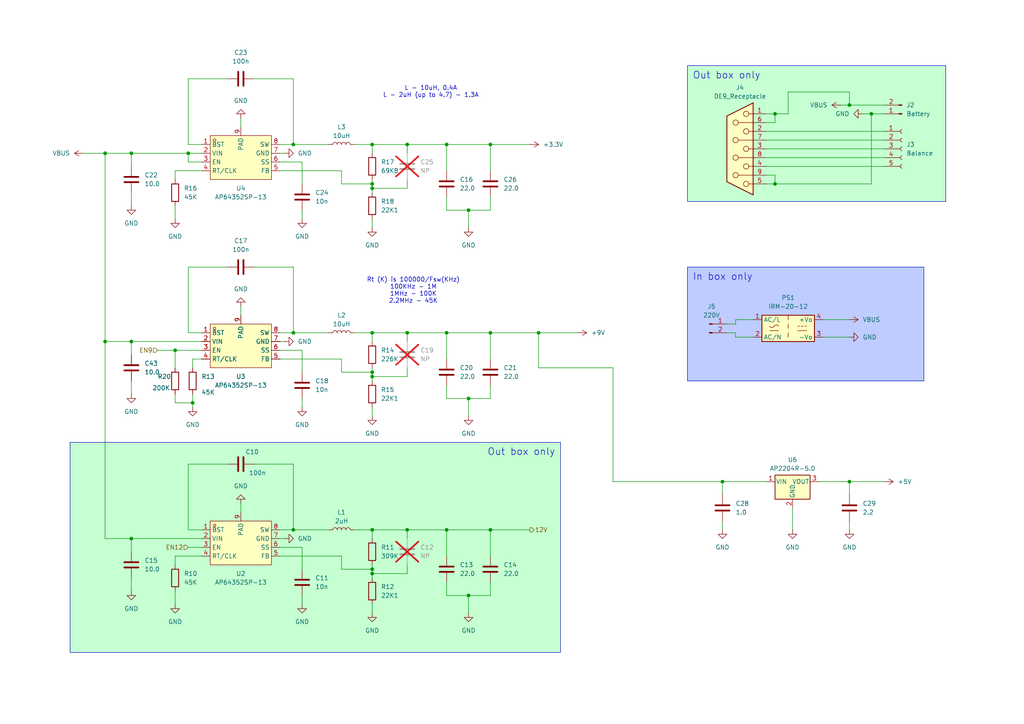
<source format=kicad_sch>
(kicad_sch (version 20231120) (generator "eeschema") (generator_version "8.0")
  (paper "A4")
  (title_block (title "Power module") (company "RoboWay"))
  (lib_symbols
    (symbol "Connector:Conn_01x02_Pin" (pin_names (offset 1.016) hide)
      (property "Reference" "J" (at 0 2.54 0))
      (property "Value" "Conn_01x02_Pin" (at 0 -5.08 0))
      (symbol "Conn_01x02_Pin_1_1"
        (polyline (pts (xy 1.27 -2.54) (xy 0.8636 -2.54)) (stroke (width 0.1524)))
        (polyline (pts (xy 1.27 0) (xy 0.8636 0)) (stroke (width 0.1524)))
        (rectangle (start 0.8636 -2.413) (end 0 -2.667) (stroke (width 0.1524)) (fill (type outline)))
        (rectangle (start 0.8636 0.127) (end 0 -0.127) (stroke (width 0.1524)) (fill (type outline)))
        (pin passive line (at 5.08 0 180) (length 3.81) (name "Pin_1") (number "1"))
        (pin passive line (at 5.08 -2.54 180) (length 3.81) (name "Pin_2") (number "2"))
      )
    )
    (symbol "Connector:Conn_01x05_Socket" (pin_names (offset 1.016) hide)
      (property "Reference" "J" (at 0 7.62 0))
      (property "Value" "Conn_01x05_Socket" (at 0 -7.62 0))
      (symbol "Conn_01x05_Socket_1_1"
        (arc (start 0 -4.572) (mid -0.5058 -5.08) (end 0 -5.588) (stroke (width 0.1524)))
        (arc (start 0 -2.032) (mid -0.5058 -2.54) (end 0 -3.048) (stroke (width 0.1524)))
        (polyline (pts (xy -1.27 -5.08) (xy -0.508 -5.08)) (stroke (width 0.1524)))
        (polyline (pts (xy -1.27 -2.54) (xy -0.508 -2.54)) (stroke (width 0.1524)))
        (polyline (pts (xy -1.27 0) (xy -0.508 0)) (stroke (width 0.1524)))
        (polyline (pts (xy -1.27 2.54) (xy -0.508 2.54)) (stroke (width 0.1524)))
        (polyline (pts (xy -1.27 5.08) (xy -0.508 5.08)) (stroke (width 0.1524)))
        (arc (start 0 0.508) (mid -0.5058 0) (end 0 -0.508) (stroke (width 0.1524)))
        (arc (start 0 3.048) (mid -0.5058 2.54) (end 0 2.032) (stroke (width 0.1524)))
        (arc (start 0 5.588) (mid -0.5058 5.08) (end 0 4.572) (stroke (width 0.1524)))
        (pin passive line (at -5.08 5.08 0) (length 3.81) (name "Pin_1") (number "1"))
        (pin passive line (at -5.08 2.54 0) (length 3.81) (name "Pin_2") (number "2"))
        (pin passive line (at -5.08 0 0) (length 3.81) (name "Pin_3") (number "3"))
        (pin passive line (at -5.08 -2.54 0) (length 3.81) (name "Pin_4") (number "4"))
        (pin passive line (at -5.08 -5.08 0) (length 3.81) (name "Pin_5") (number "5"))
      )
    )
    (symbol "Connector:DE9_Receptacle" (pin_names (offset 1.016) hide)
      (property "Reference" "J" (at 0 13.97 0))
      (property "Value" "DE9_Receptacle" (at 0 -14.605 0))
      (symbol "DE9_Receptacle_0_1"
        (circle (center -1.778 -10.16) (radius 0.762))
        (circle (center -1.778 -5.08) (radius 0.762))
        (circle (center -1.778 0) (radius 0.762))
        (circle (center -1.778 5.08) (radius 0.762))
        (circle (center -1.778 10.16) (radius 0.762))
        (polyline (pts (xy -3.81 -10.16) (xy -2.54 -10.16)))
        (polyline (pts (xy -3.81 -7.62) (xy 0.508 -7.62)))
        (polyline (pts (xy -3.81 -5.08) (xy -2.54 -5.08)))
        (polyline (pts (xy -3.81 -2.54) (xy 0.508 -2.54)))
        (polyline (pts (xy -3.81 0) (xy -2.54 0)))
        (polyline (pts (xy -3.81 2.54) (xy 0.508 2.54)))
        (polyline (pts (xy -3.81 5.08) (xy -2.54 5.08)))
        (polyline (pts (xy -3.81 7.62) (xy 0.508 7.62)))
        (polyline (pts (xy -3.81 10.16) (xy -2.54 10.16)))
        (polyline (pts (xy -3.81 13.335) (xy -3.81 -13.335) (xy 3.81 -9.525) (xy 3.81 9.525) (xy -3.81 13.335)) (stroke (width 0.254)) (fill (type background)))
        (circle (center 1.27 -7.62) (radius 0.762))
        (circle (center 1.27 -2.54) (radius 0.762))
        (circle (center 1.27 2.54) (radius 0.762))
        (circle (center 1.27 7.62) (radius 0.762))
      )
      (symbol "DE9_Receptacle_1_1"
        (pin passive line (at -7.62 10.16 0) (length 3.81) (name "1") (number "1"))
        (pin passive line (at -7.62 5.08 0) (length 3.81) (name "2") (number "2"))
        (pin passive line (at -7.62 0 0) (length 3.81) (name "3") (number "3"))
        (pin passive line (at -7.62 -5.08 0) (length 3.81) (name "4") (number "4"))
        (pin passive line (at -7.62 -10.16 0) (length 3.81) (name "5") (number "5"))
        (pin passive line (at -7.62 7.62 0) (length 3.81) (name "6") (number "6"))
        (pin passive line (at -7.62 2.54 0) (length 3.81) (name "7") (number "7"))
        (pin passive line (at -7.62 -2.54 0) (length 3.81) (name "8") (number "8"))
        (pin passive line (at -7.62 -7.62 0) (length 3.81) (name "9") (number "9"))
      )
    )
    (symbol "Converter_ACDC:IRM-20-12"
      (property "Reference" "PS" (at 0 5.08 0))
      (property "Value" "IRM-20-12" (at 0 -5.08 0))
      (symbol "IRM-20-12_0_1"
        (rectangle (start -7.62 3.81) (end 7.62 -3.81) (stroke (width 0.254)) (fill (type background)))
        (arc (start -5.334 0.635) (mid -4.699 0.2495) (end -4.064 0.635))
        (arc (start -2.794 0.635) (mid -3.429 1.0072) (end -4.064 0.635))
        (polyline (pts (xy -5.334 -0.635) (xy -2.794 -0.635)))
        (polyline (pts (xy 0 -1.27) (xy 0 -2.54)))
        (polyline (pts (xy 0 1.27) (xy 0 0)))
        (polyline (pts (xy 0 3.81) (xy 0 2.54)))
        (polyline (pts (xy 2.794 -0.635) (xy 5.334 -0.635)))
        (polyline (pts (xy 2.794 0.635) (xy 3.302 0.635)))
        (polyline (pts (xy 3.81 0.635) (xy 4.318 0.635)))
        (polyline (pts (xy 4.826 0.635) (xy 5.334 0.635)))
      )
      (symbol "IRM-20-12_1_1"
        (pin power_in line (at -10.16 2.54 0) (length 2.54) (name "AC/L") (number "1"))
        (pin power_in line (at -10.16 -2.54 0) (length 2.54) (name "AC/N") (number "2"))
        (pin power_out line (at 10.16 -2.54 180) (length 2.54) (name "-Vo") (number "3"))
        (pin power_out line (at 10.16 2.54 180) (length 2.54) (name "+Vo") (number "4"))
      )
    )
    (symbol "Device:C" (pin_numbers hide) (pin_names (offset 0.254))
      (property "Reference" "C" (at 0.635 2.54 0))
      (property "Value" "C" (at 0.635 -2.54 0))
      (symbol "C_0_1"
        (polyline (pts (xy -2.032 -0.762) (xy 2.032 -0.762)) (stroke (width 0.508)))
        (polyline (pts (xy -2.032 0.762) (xy 2.032 0.762)) (stroke (width 0.508)))
      )
      (symbol "C_1_1"
        (pin passive line (at 0 3.81 270) (length 2.794) (name "~") (number "1"))
        (pin passive line (at 0 -3.81 90) (length 2.794) (name "~") (number "2"))
      )
    )
    (symbol "Device:L" (pin_numbers hide) (pin_names (offset 1.016) hide)
      (property "Reference" "L" (at -1.27 0 90))
      (property "Value" "L" (at 1.905 0 90))
      (symbol "L_0_1"
        (arc (start 0 -2.54) (mid 0.6323 -1.905) (end 0 -1.27))
        (arc (start 0 -1.27) (mid 0.6323 -0.635) (end 0 0))
        (arc (start 0 0) (mid 0.6323 0.635) (end 0 1.27))
        (arc (start 0 1.27) (mid 0.6323 1.905) (end 0 2.54))
      )
      (symbol "L_1_1"
        (pin passive line (at 0 3.81 270) (length 1.27) (name "1") (number "1"))
        (pin passive line (at 0 -3.81 90) (length 1.27) (name "2") (number "2"))
      )
    )
    (symbol "Device:R" (pin_numbers hide) (pin_names (offset 0))
      (property "Reference" "R" (at 2.032 0 90))
      (property "Value" "R" (at 0 0 90))
      (symbol "R_0_1"
        (rectangle (start -1.016 -2.54) (end 1.016 2.54) (stroke (width 0.254)))
      )
      (symbol "R_1_1"
        (pin passive line (at 0 3.81 270) (length 1.27) (name "~") (number "1"))
        (pin passive line (at 0 -3.81 90) (length 1.27) (name "~") (number "2"))
      )
    )
    (symbol "Regulator_Linear:AP2204R-5.0" (pin_names (offset 0.254))
      (property "Reference" "U" (at -5.08 3.175 0))
      (property "Value" "AP2204R-5.0" (at 0 3.175 0))
      (symbol "AP2204R-5.0_0_1"
        (rectangle (start -5.08 1.905) (end 5.08 -5.08) (stroke (width 0.254)) (fill (type background)))
      )
      (symbol "AP2204R-5.0_1_1"
        (pin power_in line (at -7.62 0 0) (length 2.54) (name "VIN") (number "1"))
        (pin power_in line (at 0 -7.62 90) (length 2.54) (name "GND") (number "2"))
        (pin power_out line (at 7.62 0 180) (length 2.54) (name "VOUT") (number "3"))
      )
    )
    (symbol "easyeda2kicad:AP64352SP-13"
      (property "Reference" "U" (at 0 13.97 0))
      (property "Value" "AP64352SP-13" (at 0 -8.89 0))
      (symbol "AP64352SP-13_0_1"
        (rectangle (start -8.89 6.35) (end 8.89 -6.35) (fill (type background)))
        (circle (center -7.62 5.08) (radius 0.38))
        (pin unspecified line (at -11.43 3.81 0) (length 2.54) (name "BST") (number "1"))
        (pin unspecified line (at -11.43 1.27 0) (length 2.54) (name "VIN") (number "2"))
        (pin unspecified line (at -11.43 -1.27 0) (length 2.54) (name "EN") (number "3"))
        (pin unspecified line (at -11.43 -3.81 0) (length 2.54) (name "RT/CLK") (number "4"))
        (pin unspecified line (at 11.43 -3.81 180) (length 2.54) (name "FB") (number "5"))
        (pin unspecified line (at 11.43 -1.27 180) (length 2.54) (name "SS") (number "6"))
        (pin unspecified line (at 11.43 1.27 180) (length 2.54) (name "GND") (number "7"))
        (pin unspecified line (at 11.43 3.81 180) (length 2.54) (name "SW") (number "8"))
        (pin unspecified line (at 0 8.89 270) (length 2.54) (name "PAD") (number "9"))
      )
    )
    (symbol "power:+3.3V" (power) (pin_numbers hide) (pin_names (offset 0) hide)
      (property "Value" "+3.3V" (at 0 3.556 0))
      (symbol "+3.3V_0_1"
        (polyline (pts (xy -0.762 1.27) (xy 0 2.54)))
        (polyline (pts (xy 0 0) (xy 0 2.54)))
        (polyline (pts (xy 0 2.54) (xy 0.762 1.27)))
      )
      (symbol "+3.3V_1_1"
        (pin power_in line (at 0 0 90) (length 0) (name "~") (number "1"))
      )
    )
    (symbol "power:+5V" (power) (pin_numbers hide) (pin_names (offset 0) hide)
      (property "Value" "+5V" (at 0 3.556 0))
      (symbol "+5V_0_1"
        (polyline (pts (xy -0.762 1.27) (xy 0 2.54)))
        (polyline (pts (xy 0 0) (xy 0 2.54)))
        (polyline (pts (xy 0 2.54) (xy 0.762 1.27)))
      )
      (symbol "+5V_1_1"
        (pin power_in line (at 0 0 90) (length 0) (name "~") (number "1"))
      )
    )
    (symbol "power:+9V" (power) (pin_numbers hide) (pin_names (offset 0) hide)
      (property "Value" "+9V" (at 0 3.556 0))
      (symbol "+9V_0_1"
        (polyline (pts (xy -0.762 1.27) (xy 0 2.54)))
        (polyline (pts (xy 0 0) (xy 0 2.54)))
        (polyline (pts (xy 0 2.54) (xy 0.762 1.27)))
      )
      (symbol "+9V_1_1"
        (pin power_in line (at 0 0 90) (length 0) (name "~") (number "1"))
      )
    )
    (symbol "power:GND" (power) (pin_numbers hide) (pin_names (offset 0) hide)
      (property "Value" "GND" (at 0 -3.81 0))
      (symbol "GND_0_1"
        (polyline (pts (xy 0 0) (xy 0 -1.27) (xy 1.27 -1.27) (xy 0 -2.54) (xy -1.27 -1.27) (xy 0 -1.27)))
      )
      (symbol "GND_1_1"
        (pin power_in line (at 0 0 270) (length 0) (name "~") (number "1"))
      )
    )
    (symbol "power:VBUS" (power) (pin_numbers hide) (pin_names (offset 0) hide)
      (property "Value" "VBUS" (at 0 3.556 0))
      (symbol "VBUS_0_1"
        (polyline (pts (xy -0.762 1.27) (xy 0 2.54)))
        (polyline (pts (xy 0 0) (xy 0 2.54)))
        (polyline (pts (xy 0 2.54) (xy 0.762 1.27)))
      )
      (symbol "VBUS_1_1"
        (pin power_in line (at 0 0 90) (length 0) (name "~") (number "1"))
      )
    )
  )
  (junction (at 129.54 96.52))
  (junction (at 38.1 44.45))
  (junction (at 142.24 96.52))
  (junction (at 224.79 33.02))
  (junction (at 246.38 139.7))
  (junction (at 107.95 53.34))
  (junction (at 107.95 54.61))
  (junction (at 85.09 96.52))
  (junction (at 30.48 44.45))
  (junction (at 129.54 153.67))
  (junction (at 107.95 109.22))
  (junction (at 118.11 153.67))
  (junction (at 209.55 139.7))
  (junction (at 156.21 96.52))
  (junction (at 85.09 153.67))
  (junction (at 252.73 33.02))
  (junction (at 85.09 41.91))
  (junction (at 107.95 165.1))
  (junction (at 30.48 99.06))
  (junction (at 107.95 96.52))
  (junction (at 50.8 101.6))
  (junction (at 107.95 107.95))
  (junction (at 129.54 41.91))
  (junction (at 38.1 156.21))
  (junction (at 107.95 41.91))
  (junction (at 224.79 53.34))
  (junction (at 107.95 166.37))
  (junction (at 118.11 41.91))
  (junction (at 38.1 99.06))
  (junction (at 107.95 153.67))
  (junction (at 135.89 115.57))
  (junction (at 54.61 44.45))
  (junction (at 55.88 116.84))
  (junction (at 142.24 153.67))
  (junction (at 142.24 41.91))
  (junction (at 118.11 96.52))
  (junction (at 135.89 172.72))
  (junction (at 135.89 60.96))
  (junction (at 246.38 30.48))
  (wire (pts (xy 66.04 134.62) (xy 54.61 134.62)))
  (wire (pts (xy 82.55 44.45) (xy 81.28 44.45)))
  (wire (pts (xy 50.8 114.3) (xy 50.8 116.84)))
  (wire (pts (xy 222.25 48.26) (xy 256.54 48.26)))
  (wire (pts (xy 118.11 54.61) (xy 107.95 54.61)))
  (wire (pts (xy 156.21 96.52) (xy 156.21 106.68)))
  (wire (pts (xy 142.24 172.72) (xy 142.24 168.91)))
  (wire (pts (xy 54.61 158.75) (xy 58.42 158.75)))
  (wire (pts (xy 129.54 41.91) (xy 142.24 41.91)))
  (wire (pts (xy 38.1 156.21) (xy 38.1 160.02)))
  (wire (pts (xy 222.25 53.34) (xy 224.79 53.34)))
  (wire (pts (xy 238.76 97.79) (xy 246.38 97.79)))
  (wire (pts (xy 99.06 49.53) (xy 99.06 53.34)))
  (wire (pts (xy 38.1 156.21) (xy 58.42 156.21)))
  (wire (pts (xy 54.61 44.45) (xy 58.42 44.45)))
  (wire (pts (xy 85.09 41.91) (xy 81.28 41.91)))
  (wire (pts (xy 54.61 46.99) (xy 54.61 44.45)))
  (wire (pts (xy 54.61 41.91) (xy 58.42 41.91)))
  (wire (pts (xy 142.24 96.52) (xy 142.24 104.14)))
  (wire (pts (xy 107.95 54.61) (xy 107.95 55.88)))
  (wire (pts (xy 50.8 49.53) (xy 58.42 49.53)))
  (wire (pts (xy 210.82 93.98) (xy 213.36 93.98)))
  (wire (pts (xy 177.8 139.7) (xy 177.8 106.68)))
  (wire (pts (xy 246.38 26.67) (xy 246.38 30.48)))
  (wire (pts (xy 81.28 46.99) (xy 87.63 46.99)))
  (wire (pts (xy 107.95 107.95) (xy 107.95 109.22)))
  (wire (pts (xy 222.25 35.56) (xy 224.79 35.56)))
  (wire (pts (xy 229.87 147.32) (xy 229.87 153.67)))
  (wire (pts (xy 107.95 106.68) (xy 107.95 107.95)))
  (wire (pts (xy 142.24 60.96) (xy 142.24 57.15)))
  (wire (pts (xy 213.36 96.52) (xy 213.36 97.79)))
  (wire (pts (xy 99.06 165.1) (xy 107.95 165.1)))
  (wire (pts (xy 30.48 156.21) (xy 38.1 156.21)))
  (wire (pts (xy 118.11 96.52) (xy 118.11 99.06)))
  (wire (pts (xy 118.11 166.37) (xy 107.95 166.37)))
  (wire (pts (xy 209.55 151.13) (xy 209.55 153.67)))
  (wire (pts (xy 50.8 101.6) (xy 58.42 101.6)))
  (wire (pts (xy 135.89 115.57) (xy 135.89 120.65)))
  (wire (pts (xy 85.09 77.47) (xy 85.09 96.52)))
  (wire (pts (xy 129.54 153.67) (xy 129.54 161.29)))
  (wire (pts (xy 50.8 163.83) (xy 50.8 161.29)))
  (wire (pts (xy 210.82 96.52) (xy 213.36 96.52)))
  (wire (pts (xy 81.28 161.29) (xy 99.06 161.29)))
  (wire (pts (xy 129.54 172.72) (xy 135.89 172.72)))
  (wire (pts (xy 69.85 88.9) (xy 69.85 91.44)))
  (wire (pts (xy 38.1 44.45) (xy 54.61 44.45)))
  (wire (pts (xy 129.54 115.57) (xy 135.89 115.57)))
  (wire (pts (xy 87.63 60.96) (xy 87.63 63.5)))
  (wire (pts (xy 81.28 104.14) (xy 99.06 104.14)))
  (wire (pts (xy 135.89 60.96) (xy 142.24 60.96)))
  (wire (pts (xy 85.09 96.52) (xy 81.28 96.52)))
  (wire (pts (xy 85.09 153.67) (xy 95.25 153.67)))
  (wire (pts (xy 54.61 77.47) (xy 54.61 96.52)))
  (wire (pts (xy 129.54 41.91) (xy 129.54 49.53)))
  (wire (pts (xy 30.48 44.45) (xy 30.48 99.06)))
  (wire (pts (xy 142.24 41.91) (xy 153.67 41.91)))
  (wire (pts (xy 38.1 110.49) (xy 38.1 114.3)))
  (wire (pts (xy 135.89 115.57) (xy 142.24 115.57)))
  (wire (pts (xy 107.95 163.83) (xy 107.95 165.1)))
  (wire (pts (xy 24.13 44.45) (xy 30.48 44.45)))
  (wire (pts (xy 85.09 41.91) (xy 95.25 41.91)))
  (wire (pts (xy 69.85 146.05) (xy 69.85 148.59)))
  (wire (pts (xy 30.48 156.21) (xy 30.48 99.06)))
  (wire (pts (xy 107.95 153.67) (xy 107.95 156.21)))
  (wire (pts (xy 66.04 22.86) (xy 54.61 22.86)))
  (wire (pts (xy 118.11 109.22) (xy 107.95 109.22)))
  (wire (pts (xy 87.63 158.75) (xy 87.63 165.1)))
  (wire (pts (xy 55.88 104.14) (xy 58.42 104.14)))
  (wire (pts (xy 238.76 92.71) (xy 246.38 92.71)))
  (wire (pts (xy 224.79 35.56) (xy 224.79 33.02)))
  (wire (pts (xy 107.95 96.52) (xy 107.95 99.06)))
  (wire (pts (xy 252.73 33.02) (xy 256.54 33.02)))
  (wire (pts (xy 142.24 115.57) (xy 142.24 111.76)))
  (wire (pts (xy 85.09 22.86) (xy 85.09 41.91)))
  (wire (pts (xy 30.48 99.06) (xy 38.1 99.06)))
  (wire (pts (xy 55.88 114.3) (xy 55.88 116.84)))
  (wire (pts (xy 99.06 53.34) (xy 107.95 53.34)))
  (wire (pts (xy 99.06 107.95) (xy 107.95 107.95)))
  (wire (pts (xy 102.87 153.67) (xy 107.95 153.67)))
  (wire (pts (xy 85.09 96.52) (xy 95.25 96.52)))
  (wire (pts (xy 38.1 167.64) (xy 38.1 171.45)))
  (wire (pts (xy 54.61 134.62) (xy 54.61 153.67)))
  (wire (pts (xy 38.1 55.88) (xy 38.1 59.69)))
  (wire (pts (xy 213.36 92.71) (xy 218.44 92.71)))
  (wire (pts (xy 224.79 33.02) (xy 228.6 33.02)))
  (wire (pts (xy 135.89 172.72) (xy 135.89 177.8)))
  (wire (pts (xy 118.11 41.91) (xy 118.11 44.45)))
  (wire (pts (xy 107.95 175.26) (xy 107.95 177.8)))
  (wire (pts (xy 129.54 96.52) (xy 129.54 104.14)))
  (wire (pts (xy 237.49 139.7) (xy 246.38 139.7)))
  (wire (pts (xy 252.73 53.34) (xy 252.73 33.02)))
  (wire (pts (xy 135.89 172.72) (xy 142.24 172.72)))
  (wire (pts (xy 87.63 172.72) (xy 87.63 175.26)))
  (wire (pts (xy 54.61 153.67) (xy 58.42 153.67)))
  (wire (pts (xy 246.38 151.13) (xy 246.38 153.67)))
  (wire (pts (xy 87.63 46.99) (xy 87.63 53.34)))
  (wire (pts (xy 85.09 134.62) (xy 85.09 153.67)))
  (wire (pts (xy 224.79 50.8) (xy 224.79 53.34)))
  (wire (pts (xy 129.54 168.91) (xy 129.54 172.72)))
  (wire (pts (xy 222.25 50.8) (xy 224.79 50.8)))
  (wire (pts (xy 50.8 52.07) (xy 50.8 49.53)))
  (wire (pts (xy 58.42 46.99) (xy 54.61 46.99)))
  (wire (pts (xy 118.11 106.68) (xy 118.11 109.22)))
  (wire (pts (xy 228.6 26.67) (xy 246.38 26.67)))
  (wire (pts (xy 118.11 96.52) (xy 129.54 96.52)))
  (wire (pts (xy 54.61 96.52) (xy 58.42 96.52)))
  (wire (pts (xy 99.06 161.29) (xy 99.06 165.1)))
  (wire (pts (xy 224.79 53.34) (xy 252.73 53.34)))
  (wire (pts (xy 50.8 116.84) (xy 55.88 116.84)))
  (wire (pts (xy 209.55 139.7) (xy 209.55 143.51)))
  (wire (pts (xy 73.66 134.62) (xy 85.09 134.62)))
  (wire (pts (xy 118.11 52.07) (xy 118.11 54.61)))
  (wire (pts (xy 66.04 77.47) (xy 54.61 77.47)))
  (wire (pts (xy 82.55 99.06) (xy 81.28 99.06)))
  (wire (pts (xy 107.95 165.1) (xy 107.95 166.37)))
  (wire (pts (xy 87.63 115.57) (xy 87.63 118.11)))
  (wire (pts (xy 118.11 153.67) (xy 118.11 156.21)))
  (wire (pts (xy 107.95 109.22) (xy 107.95 110.49)))
  (wire (pts (xy 107.95 96.52) (xy 118.11 96.52)))
  (wire (pts (xy 50.8 101.6) (xy 50.8 106.68)))
  (wire (pts (xy 222.25 40.64) (xy 256.54 40.64)))
  (wire (pts (xy 54.61 22.86) (xy 54.61 41.91)))
  (wire (pts (xy 107.95 41.91) (xy 107.95 44.45)))
  (wire (pts (xy 213.36 93.98) (xy 213.36 92.71)))
  (wire (pts (xy 107.95 118.11) (xy 107.95 120.65)))
  (wire (pts (xy 81.28 49.53) (xy 99.06 49.53)))
  (wire (pts (xy 38.1 99.06) (xy 58.42 99.06)))
  (wire (pts (xy 85.09 153.67) (xy 81.28 153.67)))
  (wire (pts (xy 142.24 96.52) (xy 156.21 96.52)))
  (wire (pts (xy 129.54 153.67) (xy 142.24 153.67)))
  (wire (pts (xy 209.55 139.7) (xy 222.25 139.7)))
  (wire (pts (xy 142.24 41.91) (xy 142.24 49.53)))
  (wire (pts (xy 250.19 33.02) (xy 252.73 33.02)))
  (wire (pts (xy 129.54 111.76) (xy 129.54 115.57)))
  (wire (pts (xy 73.66 22.86) (xy 85.09 22.86)))
  (wire (pts (xy 55.88 106.68) (xy 55.88 104.14)))
  (wire (pts (xy 102.87 41.91) (xy 107.95 41.91)))
  (wire (pts (xy 30.48 44.45) (xy 38.1 44.45)))
  (wire (pts (xy 222.25 43.18) (xy 256.54 43.18)))
  (wire (pts (xy 142.24 153.67) (xy 153.67 153.67)))
  (wire (pts (xy 177.8 139.7) (xy 209.55 139.7)))
  (wire (pts (xy 69.85 34.29) (xy 69.85 36.83)))
  (wire (pts (xy 246.38 30.48) (xy 256.54 30.48)))
  (wire (pts (xy 55.88 116.84) (xy 55.88 118.11)))
  (wire (pts (xy 222.25 38.1) (xy 256.54 38.1)))
  (wire (pts (xy 129.54 96.52) (xy 142.24 96.52)))
  (wire (pts (xy 45.72 101.6) (xy 50.8 101.6)))
  (wire (pts (xy 87.63 101.6) (xy 87.63 107.95)))
  (wire (pts (xy 38.1 99.06) (xy 38.1 102.87)))
  (wire (pts (xy 118.11 163.83) (xy 118.11 166.37)))
  (wire (pts (xy 243.84 30.48) (xy 246.38 30.48)))
  (wire (pts (xy 82.55 156.21) (xy 81.28 156.21)))
  (wire (pts (xy 81.28 158.75) (xy 87.63 158.75)))
  (wire (pts (xy 156.21 96.52) (xy 167.64 96.52)))
  (wire (pts (xy 129.54 57.15) (xy 129.54 60.96)))
  (wire (pts (xy 222.25 45.72) (xy 256.54 45.72)))
  (wire (pts (xy 50.8 161.29) (xy 58.42 161.29)))
  (wire (pts (xy 222.25 33.02) (xy 224.79 33.02)))
  (wire (pts (xy 107.95 41.91) (xy 118.11 41.91)))
  (wire (pts (xy 107.95 53.34) (xy 107.95 54.61)))
  (wire (pts (xy 73.66 77.47) (xy 85.09 77.47)))
  (wire (pts (xy 156.21 106.68) (xy 177.8 106.68)))
  (wire (pts (xy 50.8 171.45) (xy 50.8 175.26)))
  (wire (pts (xy 129.54 60.96) (xy 135.89 60.96)))
  (wire (pts (xy 135.89 60.96) (xy 135.89 66.04)))
  (wire (pts (xy 213.36 97.79) (xy 218.44 97.79)))
  (wire (pts (xy 107.95 52.07) (xy 107.95 53.34)))
  (wire (pts (xy 246.38 139.7) (xy 256.54 139.7)))
  (wire (pts (xy 38.1 44.45) (xy 38.1 48.26)))
  (wire (pts (xy 142.24 153.67) (xy 142.24 161.29)))
  (wire (pts (xy 118.11 153.67) (xy 129.54 153.67)))
  (wire (pts (xy 228.6 33.02) (xy 228.6 26.67)))
  (wire (pts (xy 107.95 63.5) (xy 107.95 66.04)))
  (wire (pts (xy 107.95 166.37) (xy 107.95 167.64)))
  (wire (pts (xy 107.95 153.67) (xy 118.11 153.67)))
  (wire (pts (xy 102.87 96.52) (xy 107.95 96.52)))
  (wire (pts (xy 99.06 104.14) (xy 99.06 107.95)))
  (wire (pts (xy 50.8 59.69) (xy 50.8 63.5)))
  (wire (pts (xy 246.38 139.7) (xy 246.38 143.51)))
  (wire (pts (xy 81.28 101.6) (xy 87.63 101.6)))
  (wire (pts (xy 118.11 41.91) (xy 129.54 41.91)))
  (text_box "Out box only" (at 199.39 19.05 0) (size 74.93 39.37) (fill (type color) (color 197 255 210 1)) (effects (font (size 2 2)) (justify left top)))
  (text_box "In box only" (at 199.39 77.47 0) (size 68.58 33.02) (fill (type color) (color 190 204 255 1)) (effects (font (size 2 2)) (justify left top)))
  (text_box "Out box only" (at 20.32 128.27 0) (size 142.24 60.96) (fill (type color) (color 197 255 210 1)) (effects (font (size 2 2)) (justify right top)))
  (text "L - 10uH, 0.4A\nL - 2uH (up to 4.7) - 1.3A" (at 124.968 26.67 0) (effects (font (size 1.27 1.27))))
  (text "Rt (K) is 100000/Fsw(KHz)\n100KHz - 1M\n1MHz - 100K\n2.2MHz - 45K" (at 119.888 84.328 0) (effects (font (size 1.27 1.27))))
  (hierarchical_label "EN9" (shape input) (at 45.72 101.6 180))
  (hierarchical_label "EN12" (shape input) (at 54.61 158.75 180))
  (hierarchical_label "12V" (shape output) (at 153.67 153.67 0))
  (symbol (lib_id "Device:C") (at 69.85 134.62 90) (unit 1)
    (property "Reference" "C10" (at 73.152 131.064 90))
    (property "Value" "100n" (at 74.676 137.16 90))
    (property "Description" "Unpolarized capacitor" (effects (hide yes)))
  )
  (symbol (lib_id "Device:C") (at 87.63 57.15 180) (unit 1)
    (property "Reference" "C24" (at 91.44 55.8799 0) (effects (justify right)))
    (property "Value" "10n" (at 91.44 58.4199 0) (effects (justify right)))
    (property "Description" "Unpolarized capacitor" (effects (hide yes)))
  )
  (symbol (lib_id "Device:R") (at 50.8 167.64 0) (unit 1)
    (property "Reference" "R10" (at 53.34 166.3699 0) (effects (justify left)))
    (property "Value" "45K" (at 53.34 168.9099 0) (effects (justify left)))
    (property "Description" "Resistor" (effects (hide yes)))
  )
  (symbol (lib_id "Connector:DE9_Receptacle") (at 214.63 43.18 0) (mirror y) (unit 1)
    (property "Reference" "J4" (at 214.63 25.4 0))
    (property "Value" "DE9_Receptacle" (at 214.63 27.94 0))
    (property "Description" "9-pin female receptacle socket D-SUB connector" (effects (hide yes)))
  )
  (symbol (lib_id "power:+5V") (at 256.54 139.7 270) (unit 1)
    (property "Reference" "#PWR046" (effects (hide yes)))
    (property "Value" "+5V" (at 260.35 139.6999 90) (effects (justify left)))
    (property "Description" "Power symbol creates a global label with name \"+5V\"" (effects (hide yes)))
  )
  (symbol (lib_id "power:GND") (at 87.63 118.11 0) (unit 1)
    (property "Reference" "#PWR029" (effects (hide yes)))
    (property "Value" "GND" (at 87.63 123.19 0))
    (property "Description" "Power symbol creates a global label with name \"GND\" , ground" (effects (hide yes)))
  )
  (symbol (lib_id "power:GND") (at 87.63 63.5 0) (unit 1)
    (property "Reference" "#PWR036" (effects (hide yes)))
    (property "Value" "GND" (at 87.63 68.58 0))
    (property "Description" "Power symbol creates a global label with name \"GND\" , ground" (effects (hide yes)))
  )
  (symbol (lib_id "power:GND") (at 135.89 120.65 0) (unit 1)
    (property "Reference" "#PWR031" (effects (hide yes)))
    (property "Value" "GND" (at 135.89 125.73 0))
    (property "Description" "Power symbol creates a global label with name \"GND\" , ground" (effects (hide yes)))
  )
  (symbol (lib_id "power:GND") (at 69.85 146.05 180) (unit 1)
    (property "Reference" "#PWR018" (effects (hide yes)))
    (property "Value" "GND" (at 69.85 140.97 0))
    (property "Description" "Power symbol creates a global label with name \"GND\" , ground" (effects (hide yes)))
  )
  (symbol (lib_id "Device:C") (at 142.24 107.95 180) (unit 1)
    (property "Reference" "C21" (at 146.05 106.6799 0) (effects (justify right)))
    (property "Value" "22.0" (at 146.05 109.2199 0) (effects (justify right)))
    (property "Description" "Unpolarized capacitor" (effects (hide yes)))
  )
  (symbol (lib_id "Device:C") (at 118.11 102.87 180) (unit 1) (dnp yes)
    (property "Reference" "C19" (at 121.92 101.5999 0) (effects (justify right)))
    (property "Value" "NP" (at 121.92 104.1399 0) (effects (justify right)))
    (property "Description" "Unpolarized capacitor" (effects (hide yes)))
  )
  (symbol (lib_id "power:+3.3V") (at 153.67 41.91 270) (unit 1)
    (property "Reference" "#PWR040" (effects (hide yes)))
    (property "Value" "+3.3V" (at 157.48 41.9099 90) (effects (justify left)))
    (property "Description" "Power symbol creates a global label with name \"+3.3V\"" (effects (hide yes)))
  )
  (symbol (lib_id "Device:C") (at 38.1 163.83 180) (unit 1)
    (property "Reference" "C15" (at 41.91 162.5599 0) (effects (justify right)))
    (property "Value" "10.0" (at 41.91 165.0999 0) (effects (justify right)))
    (property "Description" "Unpolarized capacitor" (effects (hide yes)))
  )
  (symbol (lib_id "Device:C") (at 129.54 165.1 180) (unit 1)
    (property "Reference" "C13" (at 133.35 163.8299 0) (effects (justify right)))
    (property "Value" "22.0" (at 133.35 166.3699 0) (effects (justify right)))
    (property "Description" "Unpolarized capacitor" (effects (hide yes)))
  )
  (symbol (lib_id "Device:C") (at 246.38 147.32 180) (unit 1)
    (property "Reference" "C29" (at 250.19 146.0499 0) (effects (justify right)))
    (property "Value" "2.2" (at 250.19 148.5899 0) (effects (justify right)))
    (property "Description" "Unpolarized capacitor" (effects (hide yes)))
  )
  (symbol (lib_id "Connector:Conn_01x02_Pin") (at 261.62 33.02 180) (unit 1)
    (property "Reference" "J2" (at 262.89 30.4799 0) (effects (justify right)))
    (property "Value" "Battery" (at 262.89 33.0199 0) (effects (justify right)))
    (property "Description" "Generic connector, single row, 01x02, script generated" (effects (hide yes)))
  )
  (symbol (lib_id "Device:C") (at 87.63 111.76 180) (unit 1)
    (property "Reference" "C18" (at 91.44 110.4899 0) (effects (justify right)))
    (property "Value" "10n" (at 91.44 113.0299 0) (effects (justify right)))
    (property "Description" "Unpolarized capacitor" (effects (hide yes)))
  )
  (symbol (lib_id "power:GND") (at 229.87 153.67 0) (unit 1)
    (property "Reference" "#PWR045" (effects (hide yes)))
    (property "Value" "GND" (at 229.87 158.75 0))
    (property "Description" "Power symbol creates a global label with name \"GND\" , ground" (effects (hide yes)))
  )
  (symbol (lib_id "Device:L") (at 99.06 96.52 90) (unit 1)
    (property "Reference" "L2" (at 99.06 91.44 90))
    (property "Value" "10uH" (at 99.06 93.98 90))
    (property "Description" "Inductor" (effects (hide yes)))
  )
  (symbol (lib_id "power:GND") (at 135.89 66.04 0) (unit 1)
    (property "Reference" "#PWR038" (effects (hide yes)))
    (property "Value" "GND" (at 135.89 71.12 0))
    (property "Description" "Power symbol creates a global label with name \"GND\" , ground" (effects (hide yes)))
  )
  (symbol (lib_id "Device:R") (at 107.95 59.69 0) (unit 1)
    (property "Reference" "R18" (at 110.49 58.4199 0) (effects (justify left)))
    (property "Value" "22K1" (at 110.49 60.9599 0) (effects (justify left)))
    (property "Description" "Resistor" (effects (hide yes)))
  )
  (symbol (lib_id "power:GND") (at 69.85 34.29 180) (unit 1)
    (property "Reference" "#PWR034" (effects (hide yes)))
    (property "Value" "GND" (at 69.85 29.21 0))
    (property "Description" "Power symbol creates a global label with name \"GND\" , ground" (effects (hide yes)))
  )
  (symbol (lib_id "Regulator_Linear:AP2204R-5.0") (at 229.87 139.7 0) (unit 1)
    (property "Reference" "U6" (at 229.87 133.35 0))
    (property "Value" "AP2204R-5.0" (at 229.87 135.89 0))
    (property "Footprint" "Package_TO_SOT_SMD:SOT-89-3" (effects (hide yes)))
    (property "Datasheet" "https://www.diodes.com/assets/Datasheets/products_inactive_data/AP2204.pdf" (effects (hide yes)))
    (property "Description" "150mA low dropout linear regulator, wide input voltage range, 5.0V fixed positive output, SOT-89-3 package" (effects (hide yes)))
  )
  (symbol (lib_id "power:GND") (at 38.1 114.3 0) (unit 1)
    (property "Reference" "#PWR025" (effects (hide yes)))
    (property "Value" "GND" (at 38.1 119.38 0))
    (property "Description" "Power symbol creates a global label with name \"GND\" , ground" (effects (hide yes)))
  )
  (symbol (lib_id "easyeda2kicad:AP64352SP-13") (at 69.85 100.33 0) (unit 1)
    (property "Reference" "U3" (at 69.85 109.22 0))
    (property "Value" "AP64352SP-13" (at 69.85 111.76 0))
    (property "Footprint" "easyeda2kicad:SO-8_L4.9-W3.9-P1.27-LS6.0-BL-EP" (effects (hide yes)))
    (property "LCSC Part" "C2071665" (effects (hide yes)))
  )
  (symbol (lib_id "power:VBUS") (at 24.13 44.45 90) (unit 1)
    (property "Reference" "#PWR039" (effects (hide yes)))
    (property "Value" "VBUS" (at 20.32 44.4499 90) (effects (justify left)))
    (property "Description" "Power symbol creates a global label with name \"VBUS\"" (effects (hide yes)))
  )
  (symbol (lib_id "Device:R") (at 50.8 55.88 0) (unit 1)
    (property "Reference" "R16" (at 53.34 54.6099 0) (effects (justify left)))
    (property "Value" "45K" (at 53.34 57.1499 0) (effects (justify left)))
    (property "Description" "Resistor" (effects (hide yes)))
  )
  (symbol (lib_id "easyeda2kicad:AP64352SP-13") (at 69.85 45.72 0) (unit 1)
    (property "Reference" "U4" (at 69.85 54.61 0))
    (property "Value" "AP64352SP-13" (at 69.85 57.15 0))
    (property "Footprint" "easyeda2kicad:SO-8_L4.9-W3.9-P1.27-LS6.0-BL-EP" (effects (hide yes)))
    (property "LCSC Part" "C2071665" (effects (hide yes)))
  )
  (symbol (lib_id "Device:C") (at 118.11 160.02 180) (unit 1) (dnp yes)
    (property "Reference" "C12" (at 121.92 158.7499 0) (effects (justify right)))
    (property "Value" "NP" (at 121.92 161.2899 0) (effects (justify right)))
    (property "Description" "Unpolarized capacitor" (effects (hide yes)))
  )
  (symbol (lib_id "power:GND") (at 246.38 97.79 90) (unit 1)
    (property "Reference" "#PWR043" (effects (hide yes)))
    (property "Value" "GND" (at 250.19 97.7899 90) (effects (justify right)))
    (property "Description" "Power symbol creates a global label with name \"GND\" , ground" (effects (hide yes)))
  )
  (symbol (lib_id "Device:C") (at 69.85 22.86 90) (unit 1)
    (property "Reference" "C23" (at 69.85 15.24 90))
    (property "Value" "100n" (at 69.85 17.78 90))
    (property "Description" "Unpolarized capacitor" (effects (hide yes)))
  )
  (symbol (lib_id "power:GND") (at 250.19 33.02 270) (unit 1)
    (property "Reference" "#PWR041" (effects (hide yes)))
    (property "Value" "GND" (at 246.38 33.0199 90) (effects (justify right)))
    (property "Description" "Power symbol creates a global label with name \"GND\" , ground" (effects (hide yes)))
  )
  (symbol (lib_id "Device:L") (at 99.06 153.67 90) (unit 1)
    (property "Reference" "L1" (at 99.06 148.59 90))
    (property "Value" "2uH" (at 99.06 151.13 90))
    (property "Description" "Inductor" (effects (hide yes)))
  )
  (symbol (lib_id "Device:C") (at 38.1 106.68 180) (unit 1)
    (property "Reference" "C43" (at 41.91 105.4099 0) (effects (justify right)))
    (property "Value" "10.0" (at 41.91 107.9499 0) (effects (justify right)))
    (property "Description" "Unpolarized capacitor" (effects (hide yes)))
  )
  (symbol (lib_id "power:GND") (at 107.95 120.65 0) (unit 1)
    (property "Reference" "#PWR030" (effects (hide yes)))
    (property "Value" "GND" (at 107.95 125.73 0))
    (property "Description" "Power symbol creates a global label with name \"GND\" , ground" (effects (hide yes)))
  )
  (symbol (lib_id "Device:C") (at 118.11 48.26 180) (unit 1) (dnp yes)
    (property "Reference" "C25" (at 121.92 46.9899 0) (effects (justify right)))
    (property "Value" "NP" (at 121.92 49.5299 0) (effects (justify right)))
    (property "Description" "Unpolarized capacitor" (effects (hide yes)))
  )
  (symbol (lib_id "Converter_ACDC:IRM-20-12") (at 228.6 95.25 0) (unit 1)
    (property "Reference" "PS1" (at 228.6 86.36 0))
    (property "Value" "IRM-20-12" (at 228.6 88.9 0))
    (property "Footprint" "Converter_ACDC:Converter_ACDC_MeanWell_IRM-20-xx_THT" (effects (hide yes)))
    (property "Datasheet" "http://www.meanwell.com/Upload/PDF/IRM-20/IRM-20-SPEC.PDF" (effects (hide yes)))
    (property "Description" "12V, 1.8A, 21.6W, Isolated, AC-DC, 219A(IRM20)" (effects (hide yes)))
  )
  (symbol (lib_id "power:GND") (at 38.1 171.45 0) (unit 1)
    (property "Reference" "#PWR024" (effects (hide yes)))
    (property "Value" "GND" (at 38.1 176.53 0))
    (property "Description" "Power symbol creates a global label with name \"GND\" , ground" (effects (hide yes)))
  )
  (symbol (lib_id "Device:C") (at 209.55 147.32 180) (unit 1)
    (property "Reference" "C28" (at 213.36 146.0499 0) (effects (justify right)))
    (property "Value" "1.0" (at 213.36 148.5899 0) (effects (justify right)))
    (property "Description" "Unpolarized capacitor" (effects (hide yes)))
  )
  (symbol (lib_id "power:GND") (at 209.55 153.67 0) (unit 1)
    (property "Reference" "#PWR047" (effects (hide yes)))
    (property "Value" "GND" (at 209.55 158.75 0))
    (property "Description" "Power symbol creates a global label with name \"GND\" , ground" (effects (hide yes)))
  )
  (symbol (lib_id "Connector:Conn_01x05_Socket") (at 261.62 43.18 0) (unit 1)
    (property "Reference" "J3" (at 262.89 41.9099 0) (effects (justify left)))
    (property "Value" "Balance" (at 262.89 44.4499 0) (effects (justify left)))
    (property "Description" "Generic connector, single row, 01x05, script generated" (effects (hide yes)))
  )
  (symbol (lib_id "Device:C") (at 87.63 168.91 180) (unit 1)
    (property "Reference" "C11" (at 91.44 167.6399 0) (effects (justify right)))
    (property "Value" "10n" (at 91.44 170.1799 0) (effects (justify right)))
    (property "Description" "Unpolarized capacitor" (effects (hide yes)))
  )
  (symbol (lib_id "power:GND") (at 246.38 153.67 0) (unit 1)
    (property "Reference" "#PWR048" (effects (hide yes)))
    (property "Value" "GND" (at 246.38 158.75 0))
    (property "Description" "Power symbol creates a global label with name \"GND\" , ground" (effects (hide yes)))
  )
  (symbol (lib_id "power:VBUS") (at 246.38 92.71 270) (unit 1)
    (property "Reference" "#PWR044" (effects (hide yes)))
    (property "Value" "VBUS" (at 250.19 92.7099 90) (effects (justify left)))
    (property "Description" "Power symbol creates a global label with name \"VBUS\"" (effects (hide yes)))
  )
  (symbol (lib_id "Device:R") (at 107.95 114.3 0) (unit 1)
    (property "Reference" "R15" (at 110.49 113.0299 0) (effects (justify left)))
    (property "Value" "22K1" (at 110.49 115.5699 0) (effects (justify left)))
    (property "Description" "Resistor" (effects (hide yes)))
  )
  (symbol (lib_id "Connector:Conn_01x02_Pin") (at 205.74 93.98 0) (unit 1)
    (property "Reference" "J5" (at 206.375 88.9 0))
    (property "Value" "220V" (at 206.375 91.44 0))
    (property "Description" "Generic connector, single row, 01x02, script generated" (effects (hide yes)))
  )
  (symbol (lib_id "Device:C") (at 142.24 53.34 180) (unit 1)
    (property "Reference" "C26" (at 146.05 52.0699 0) (effects (justify right)))
    (property "Value" "22.0" (at 146.05 54.6099 0) (effects (justify right)))
    (property "Description" "Unpolarized capacitor" (effects (hide yes)))
  )
  (symbol (lib_id "power:GND") (at 55.88 118.11 0) (unit 1)
    (property "Reference" "#PWR026" (effects (hide yes)))
    (property "Value" "GND" (at 55.88 123.19 0))
    (property "Description" "Power symbol creates a global label with name \"GND\" , ground" (effects (hide yes)))
  )
  (symbol (lib_id "easyeda2kicad:AP64352SP-13") (at 69.85 157.48 0) (unit 1)
    (property "Reference" "U2" (at 69.85 166.37 0))
    (property "Value" "AP64352SP-13" (at 69.85 168.91 0))
    (property "Footprint" "easyeda2kicad:SO-8_L4.9-W3.9-P1.27-LS6.0-BL-EP" (effects (hide yes)))
    (property "LCSC Part" "C2071665" (effects (hide yes)))
  )
  (symbol (lib_id "power:GND") (at 69.85 88.9 180) (unit 1)
    (property "Reference" "#PWR027" (effects (hide yes)))
    (property "Value" "GND" (at 69.85 83.82 0))
    (property "Description" "Power symbol creates a global label with name \"GND\" , ground" (effects (hide yes)))
  )
  (symbol (lib_id "power:GND") (at 82.55 99.06 90) (unit 1)
    (property "Reference" "#PWR028" (effects (hide yes)))
    (property "Value" "GND" (at 86.36 99.0599 90) (effects (justify right)))
    (property "Description" "Power symbol creates a global label with name \"GND\" , ground" (effects (hide yes)))
  )
  (symbol (lib_id "Device:R") (at 107.95 48.26 0) (unit 1)
    (property "Reference" "R17" (at 110.49 46.9899 0) (effects (justify left)))
    (property "Value" "69K8" (at 110.49 49.5299 0) (effects (justify left)))
    (property "Description" "Resistor" (effects (hide yes)))
  )
  (symbol (lib_id "power:GND") (at 135.89 177.8 0) (unit 1)
    (property "Reference" "#PWR023" (effects (hide yes)))
    (property "Value" "GND" (at 135.89 182.88 0))
    (property "Description" "Power symbol creates a global label with name \"GND\" , ground" (effects (hide yes)))
  )
  (symbol (lib_id "power:GND") (at 87.63 175.26 0) (unit 1)
    (property "Reference" "#PWR021" (effects (hide yes)))
    (property "Value" "GND" (at 87.63 180.34 0))
    (property "Description" "Power symbol creates a global label with name \"GND\" , ground" (effects (hide yes)))
  )
  (symbol (lib_id "Device:C") (at 69.85 77.47 90) (unit 1)
    (property "Reference" "C17" (at 69.85 69.85 90))
    (property "Value" "100n" (at 69.85 72.39 90))
    (property "Description" "Unpolarized capacitor" (effects (hide yes)))
  )
  (symbol (lib_id "power:GND") (at 50.8 63.5 0) (unit 1)
    (property "Reference" "#PWR033" (effects (hide yes)))
    (property "Value" "GND" (at 50.8 68.58 0))
    (property "Description" "Power symbol creates a global label with name \"GND\" , ground" (effects (hide yes)))
  )
  (symbol (lib_id "power:GND") (at 38.1 59.69 0) (unit 1)
    (property "Reference" "#PWR032" (effects (hide yes)))
    (property "Value" "GND" (at 38.1 64.77 0))
    (property "Description" "Power symbol creates a global label with name \"GND\" , ground" (effects (hide yes)))
  )
  (symbol (lib_id "power:GND") (at 107.95 177.8 0) (unit 1)
    (property "Reference" "#PWR022" (effects (hide yes)))
    (property "Value" "GND" (at 107.95 182.88 0))
    (property "Description" "Power symbol creates a global label with name \"GND\" , ground" (effects (hide yes)))
  )
  (symbol (lib_id "Device:L") (at 99.06 41.91 90) (unit 1)
    (property "Reference" "L3" (at 99.06 36.83 90))
    (property "Value" "10uH" (at 99.06 39.37 90))
    (property "Description" "Inductor" (effects (hide yes)))
  )
  (symbol (lib_id "Device:C") (at 129.54 107.95 180) (unit 1)
    (property "Reference" "C20" (at 133.35 106.6799 0) (effects (justify right)))
    (property "Value" "22.0" (at 133.35 109.2199 0) (effects (justify right)))
    (property "Description" "Unpolarized capacitor" (effects (hide yes)))
  )
  (symbol (lib_id "power:VBUS") (at 243.84 30.48 90) (unit 1)
    (property "Reference" "#PWR042" (effects (hide yes)))
    (property "Value" "VBUS" (at 240.03 30.4799 90) (effects (justify left)))
    (property "Description" "Power symbol creates a global label with name \"VBUS\"" (effects (hide yes)))
  )
  (symbol (lib_id "power:GND") (at 50.8 175.26 0) (unit 1)
    (property "Reference" "#PWR020" (effects (hide yes)))
    (property "Value" "GND" (at 50.8 180.34 0))
    (property "Description" "Power symbol creates a global label with name \"GND\" , ground" (effects (hide yes)))
  )
  (symbol (lib_id "Device:C") (at 38.1 52.07 180) (unit 1)
    (property "Reference" "C22" (at 41.91 50.7999 0) (effects (justify right)))
    (property "Value" "10.0" (at 41.91 53.3399 0) (effects (justify right)))
    (property "Description" "Unpolarized capacitor" (effects (hide yes)))
  )
  (symbol (lib_id "power:GND") (at 82.55 44.45 90) (unit 1)
    (property "Reference" "#PWR035" (effects (hide yes)))
    (property "Value" "GND" (at 86.36 44.4499 90) (effects (justify right)))
    (property "Description" "Power symbol creates a global label with name \"GND\" , ground" (effects (hide yes)))
  )
  (symbol (lib_id "Device:R") (at 107.95 102.87 0) (unit 1)
    (property "Reference" "R14" (at 110.49 101.5999 0) (effects (justify left)))
    (property "Value" "226K" (at 110.49 104.1399 0) (effects (justify left)))
    (property "Description" "Resistor" (effects (hide yes)))
  )
  (symbol (lib_id "Device:R") (at 107.95 160.02 0) (unit 1)
    (property "Reference" "R11" (at 110.49 158.7499 0) (effects (justify left)))
    (property "Value" "309K" (at 110.49 161.2899 0) (effects (justify left)))
    (property "Description" "Resistor" (effects (hide yes)))
  )
  (symbol (lib_id "Device:C") (at 129.54 53.34 180) (unit 1)
    (property "Reference" "C16" (at 133.35 52.0699 0) (effects (justify right)))
    (property "Value" "22.0" (at 133.35 54.6099 0) (effects (justify right)))
    (property "Description" "Unpolarized capacitor" (effects (hide yes)))
  )
  (symbol (lib_id "power:GND") (at 82.55 156.21 90) (unit 1)
    (property "Reference" "#PWR019" (effects (hide yes)))
    (property "Value" "GND" (at 86.36 156.2099 90) (effects (justify right)))
    (property "Description" "Power symbol creates a global label with name \"GND\" , ground" (effects (hide yes)))
  )
  (symbol (lib_id "power:GND") (at 107.95 66.04 0) (unit 1)
    (property "Reference" "#PWR037" (effects (hide yes)))
    (property "Value" "GND" (at 107.95 71.12 0))
    (property "Description" "Power symbol creates a global label with name \"GND\" , ground" (effects (hide yes)))
  )
  (symbol (lib_id "Device:R") (at 55.88 110.49 0) (unit 1)
    (property "Reference" "R13" (at 58.42 109.2199 0) (effects (justify left)))
    (property "Value" "45K" (at 58.42 113.792 0) (effects (justify left)))
    (property "Description" "Resistor" (effects (hide yes)))
  )
  (symbol (lib_id "Device:R") (at 50.8 110.49 0) (unit 1)
    (property "Reference" "R20" (at 45.72 109.22 0) (effects (justify left)))
    (property "Value" "200K" (at 44.196 112.522 0) (effects (justify left)))
    (property "Description" "Resistor" (effects (hide yes)))
  )
  (symbol (lib_id "Device:C") (at 142.24 165.1 180) (unit 1)
    (property "Reference" "C14" (at 146.05 163.8299 0) (effects (justify right)))
    (property "Value" "22.0" (at 146.05 166.3699 0) (effects (justify right)))
    (property "Description" "Unpolarized capacitor" (effects (hide yes)))
  )
  (symbol (lib_id "Device:R") (at 107.95 171.45 0) (unit 1)
    (property "Reference" "R12" (at 110.49 170.1799 0) (effects (justify left)))
    (property "Value" "22K1" (at 110.49 172.7199 0) (effects (justify left)))
    (property "Description" "Resistor" (effects (hide yes)))
  )
  (symbol (lib_id "power:+9V") (at 167.64 96.52 270) (unit 1)
    (property "Reference" "#PWR063" (effects (hide yes)))
    (property "Value" "+9V" (at 171.45 96.5199 90) (effects (justify left)))
    (property "Description" "Power symbol creates a global label with name \"+9V\"" (effects (hide yes)))
  )
)
</source>
